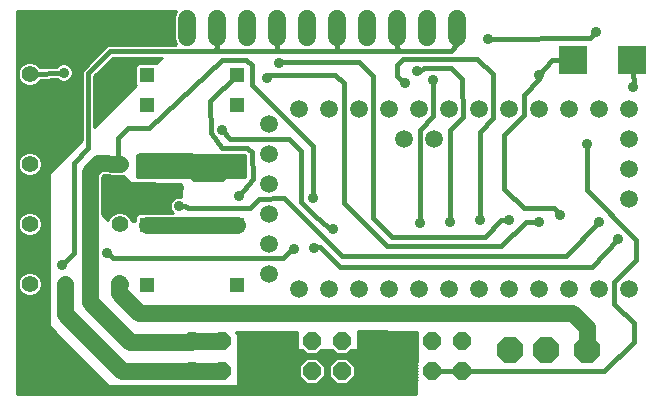
<source format=gtl>
G75*
%MOIN*%
%OFA0B0*%
%FSLAX24Y24*%
%IPPOS*%
%LPD*%
%AMOC8*
5,1,8,0,0,1.08239X$1,22.5*
%
%ADD10R,0.0515X0.0515*%
%ADD11C,0.0594*%
%ADD12C,0.0554*%
%ADD13C,0.0600*%
%ADD14OC8,0.0600*%
%ADD15OC8,0.0850*%
%ADD16R,0.0945X0.0945*%
%ADD17C,0.0357*%
%ADD18C,0.0160*%
%ADD19C,0.0100*%
%ADD20C,0.0560*%
%ADD21C,0.0400*%
D10*
X005298Y004515D03*
X008298Y004515D03*
X008298Y006515D03*
X005298Y006515D03*
X005298Y008515D03*
X008298Y008515D03*
X008298Y010515D03*
X008298Y011515D03*
X005298Y011515D03*
X005298Y010515D03*
D11*
X009353Y009885D03*
X010353Y010385D03*
X011353Y010385D03*
X012353Y010385D03*
X013353Y010385D03*
X014353Y010385D03*
X015353Y010385D03*
X016353Y010385D03*
X017353Y010385D03*
X018353Y010385D03*
X019353Y010385D03*
X020353Y010385D03*
X021353Y010385D03*
X021353Y009385D03*
X021353Y008385D03*
X021353Y007385D03*
X021353Y004385D03*
X020353Y004385D03*
X019353Y004385D03*
X018353Y004385D03*
X017353Y004385D03*
X016353Y004385D03*
X015353Y004385D03*
X014353Y004385D03*
X013353Y004385D03*
X012353Y004385D03*
X011353Y004385D03*
X010353Y004385D03*
X009353Y004885D03*
X009353Y005885D03*
X009353Y006885D03*
X009353Y007885D03*
X009353Y008885D03*
X013853Y009385D03*
X014853Y009385D03*
D12*
X004396Y008546D03*
X001396Y008546D03*
X001396Y006546D03*
X004396Y006546D03*
X004396Y004546D03*
X001396Y004546D03*
X001396Y011546D03*
X004396Y011546D03*
D13*
X006636Y012789D02*
X006636Y013389D01*
X007636Y013389D02*
X007636Y012789D01*
X008636Y012789D02*
X008636Y013389D01*
X009636Y013389D02*
X009636Y012789D01*
X010636Y012789D02*
X010636Y013389D01*
X011636Y013389D02*
X011636Y012789D01*
X012636Y012789D02*
X012636Y013389D01*
X013636Y013389D02*
X013636Y012789D01*
X014636Y012789D02*
X014636Y013389D01*
X015636Y013389D02*
X015636Y012789D01*
D14*
X015794Y002641D03*
X014794Y002641D03*
X013794Y002641D03*
X012794Y002641D03*
X011794Y002641D03*
X010794Y002641D03*
X009794Y002641D03*
X008794Y002641D03*
X007794Y002641D03*
X006794Y002641D03*
X006794Y001641D03*
X007794Y001641D03*
X008794Y001641D03*
X009794Y001641D03*
X010794Y001641D03*
X011794Y001641D03*
X012794Y001641D03*
X013794Y001641D03*
X014794Y001641D03*
X015794Y001641D03*
D15*
X017396Y002341D03*
X018617Y002341D03*
X019975Y002341D03*
D16*
X019510Y012015D03*
X021479Y012015D03*
D17*
X021506Y011101D03*
X020254Y012948D03*
X018384Y011523D03*
X016672Y012727D03*
X014841Y011353D03*
X014306Y011645D03*
X013892Y011247D03*
X009711Y011904D03*
X009302Y011397D03*
X007814Y009672D03*
X006365Y007747D03*
X006377Y007145D03*
X008353Y007491D03*
X010841Y007404D03*
X011487Y006373D03*
X010857Y005759D03*
X010188Y005708D03*
X014388Y006586D03*
X015392Y006605D03*
X016392Y006664D03*
X017361Y006664D03*
X018357Y006609D03*
X019077Y006853D03*
X020377Y006605D03*
X021006Y006034D03*
X019955Y009208D03*
X004010Y007460D03*
X003983Y005582D03*
X002455Y005168D03*
X002562Y004558D03*
X001357Y003601D03*
X003510Y001066D03*
X001648Y010215D03*
X002518Y011589D03*
X002829Y012971D03*
D18*
X004069Y012302D02*
X003341Y011574D01*
X003341Y009070D01*
X002857Y008586D01*
X002857Y005570D01*
X002455Y005168D01*
X002439Y005168D01*
X003983Y005582D02*
X004152Y005412D01*
X009829Y005412D01*
X010125Y005708D01*
X010188Y005708D01*
X010857Y005759D02*
X011054Y005763D01*
X011735Y005125D01*
X020132Y005125D01*
X021006Y006034D01*
X021605Y006023D02*
X019963Y007692D01*
X019963Y009200D01*
X019955Y009208D01*
X017865Y010188D02*
X017199Y009523D01*
X017199Y007723D01*
X017857Y007066D01*
X018865Y007066D01*
X019077Y006853D01*
X018357Y006609D02*
X017928Y006609D01*
X017117Y005798D01*
X013314Y005798D01*
X011857Y007255D01*
X011857Y011239D01*
X011581Y011515D01*
X009353Y011515D01*
X009235Y011397D01*
X009302Y011397D01*
X009026Y010948D02*
X008794Y011180D01*
X008794Y011861D01*
X008597Y012011D01*
X007798Y012011D01*
X005353Y009731D01*
X004668Y009731D01*
X004337Y009400D01*
X004337Y008593D01*
X004396Y008546D01*
X005298Y008515D02*
X006392Y008515D01*
X006861Y008046D01*
X007806Y008046D01*
X008298Y008515D01*
X008817Y008928D02*
X008821Y008054D01*
X008353Y007491D01*
X008735Y007066D02*
X006672Y007066D01*
X006573Y007141D01*
X006377Y007145D01*
X006365Y007747D02*
X004357Y007771D01*
X004010Y007460D01*
X007420Y009570D02*
X007790Y009086D01*
X008632Y009093D01*
X008817Y008928D01*
X008912Y009385D02*
X008073Y009377D01*
X007814Y009672D01*
X007420Y009570D02*
X007412Y010652D01*
X008298Y011515D01*
X009026Y010948D02*
X009042Y010940D01*
X010841Y009141D01*
X010841Y007404D01*
X010432Y007290D02*
X010908Y006814D01*
X011325Y006440D01*
X011487Y006373D01*
X012833Y006759D02*
X012833Y011483D01*
X012357Y011960D01*
X009766Y011960D01*
X009711Y011904D01*
X009664Y012306D02*
X009916Y012310D01*
X011625Y012314D01*
X011636Y012467D01*
X011636Y013089D01*
X011625Y012314D02*
X013294Y012310D01*
X013707Y012306D01*
X013636Y012408D01*
X013636Y013089D01*
X013707Y012306D02*
X015420Y012310D01*
X015625Y012542D01*
X015625Y013078D01*
X015636Y013089D01*
X016672Y012727D02*
X020058Y012739D01*
X020254Y012948D01*
X019510Y012015D02*
X018790Y011995D01*
X018384Y011523D01*
X018384Y011369D01*
X017865Y010849D01*
X017865Y010188D01*
X016841Y010070D02*
X016841Y011558D01*
X016306Y012030D01*
X013845Y012030D01*
X013648Y011841D01*
X013648Y011491D01*
X013892Y011247D01*
X014306Y011645D02*
X014416Y011645D01*
X014518Y011747D01*
X015420Y011743D01*
X015798Y011365D01*
X015845Y010117D01*
X015392Y009664D01*
X015392Y006605D01*
X016392Y006664D02*
X016392Y009621D01*
X016841Y010070D01*
X014841Y010133D02*
X014841Y011353D01*
X014841Y010133D02*
X014388Y009680D01*
X014388Y006586D01*
X013475Y006117D02*
X012833Y006759D01*
X013475Y006117D02*
X016554Y006117D01*
X017101Y006664D01*
X017361Y006664D01*
X019270Y005467D02*
X011790Y005471D01*
X009873Y007404D01*
X009050Y007381D01*
X008735Y007066D01*
X010432Y007290D02*
X010432Y008983D01*
X010030Y009385D01*
X008912Y009385D01*
X009664Y012306D02*
X007527Y012302D01*
X004069Y012302D01*
X002518Y011589D02*
X001396Y011546D01*
X007527Y012302D02*
X007636Y012412D01*
X007636Y013089D01*
X009636Y013089D02*
X009636Y012507D01*
X009625Y012326D01*
X009916Y012310D01*
X019270Y005467D02*
X020373Y006625D01*
X020377Y006605D01*
X021605Y006023D02*
X021605Y005341D01*
X020869Y004605D01*
X020863Y003890D01*
X021518Y003235D01*
X021518Y002613D01*
X020546Y001641D01*
X015794Y001641D01*
X014794Y001641D01*
X005754Y001652D02*
X004467Y001652D01*
X003510Y001259D02*
X003510Y001066D01*
X003510Y001259D02*
X003353Y001416D01*
X001652Y003322D02*
X001384Y003601D01*
X001357Y003601D01*
X021506Y011101D02*
X021530Y011227D01*
X021479Y012015D01*
D19*
X000977Y013642D02*
X000977Y000883D01*
X014278Y000883D01*
X014310Y002960D01*
X012341Y002979D01*
X012341Y002345D01*
X012107Y002345D01*
X011972Y002211D01*
X011616Y002211D01*
X011481Y002345D01*
X011107Y002345D01*
X010972Y002211D01*
X010616Y002211D01*
X010481Y002345D01*
X010298Y002345D01*
X010298Y002936D01*
X008266Y002936D01*
X008258Y002912D01*
X008280Y002909D01*
X008300Y002901D01*
X008317Y002888D01*
X008330Y002871D01*
X008338Y002851D01*
X008341Y002830D01*
X008341Y001160D01*
X004010Y001160D01*
X002042Y003129D01*
X002042Y008247D01*
X003131Y009359D01*
X003131Y011661D01*
X003254Y011784D01*
X003982Y012512D01*
X006218Y012512D01*
X006266Y012561D01*
X006206Y012704D01*
X006206Y013475D01*
X006272Y013633D01*
X006281Y013642D01*
X000977Y013642D01*
X000977Y013572D02*
X006247Y013572D01*
X006206Y013473D02*
X000977Y013473D01*
X000977Y013375D02*
X006206Y013375D01*
X006206Y013276D02*
X000977Y013276D01*
X000977Y013178D02*
X006206Y013178D01*
X006206Y013079D02*
X000977Y013079D01*
X000977Y012981D02*
X006206Y012981D01*
X006206Y012882D02*
X000977Y012882D01*
X000977Y012784D02*
X006206Y012784D01*
X006214Y012685D02*
X000977Y012685D01*
X000977Y012587D02*
X006255Y012587D01*
X005807Y012092D02*
X005615Y011896D01*
X005609Y011902D01*
X004986Y011902D01*
X004910Y011826D01*
X004910Y011203D01*
X004923Y011190D01*
X003551Y009788D01*
X003551Y011487D01*
X004156Y012092D01*
X005807Y012092D01*
X005712Y011996D02*
X004060Y011996D01*
X003962Y011897D02*
X004982Y011897D01*
X004910Y011799D02*
X003863Y011799D01*
X003765Y011700D02*
X004910Y011700D01*
X004910Y011602D02*
X003666Y011602D01*
X003568Y011503D02*
X004910Y011503D01*
X004910Y011405D02*
X003551Y011405D01*
X003551Y011306D02*
X004910Y011306D01*
X004910Y011208D02*
X003551Y011208D01*
X003551Y011109D02*
X004845Y011109D01*
X004748Y011011D02*
X003551Y011011D01*
X003551Y010912D02*
X004652Y010912D01*
X004555Y010814D02*
X003551Y010814D01*
X003551Y010715D02*
X004459Y010715D01*
X004362Y010617D02*
X003551Y010617D01*
X003551Y010518D02*
X004266Y010518D01*
X004169Y010420D02*
X003551Y010420D01*
X003551Y010321D02*
X004073Y010321D01*
X003977Y010223D02*
X003551Y010223D01*
X003551Y010124D02*
X003880Y010124D01*
X003784Y010026D02*
X003551Y010026D01*
X003551Y009927D02*
X003687Y009927D01*
X003591Y009829D02*
X003551Y009829D01*
X003131Y009829D02*
X000977Y009829D01*
X000977Y009927D02*
X003131Y009927D01*
X003131Y010026D02*
X000977Y010026D01*
X000977Y010124D02*
X003131Y010124D01*
X003131Y010223D02*
X000977Y010223D01*
X000977Y010321D02*
X003131Y010321D01*
X003131Y010420D02*
X000977Y010420D01*
X000977Y010518D02*
X003131Y010518D01*
X003131Y010617D02*
X000977Y010617D01*
X000977Y010715D02*
X003131Y010715D01*
X003131Y010814D02*
X000977Y010814D01*
X000977Y010912D02*
X003131Y010912D01*
X003131Y011011D02*
X000977Y011011D01*
X000977Y011109D02*
X003131Y011109D01*
X003131Y011208D02*
X001634Y011208D01*
X001627Y011201D02*
X001741Y011316D01*
X001756Y011350D01*
X002301Y011371D01*
X002344Y011328D01*
X002457Y011281D01*
X002580Y011281D01*
X002693Y011328D01*
X002780Y011415D01*
X002827Y011528D01*
X002827Y011651D01*
X002780Y011764D01*
X002693Y011851D01*
X002580Y011898D01*
X002457Y011898D01*
X002344Y011851D01*
X002283Y011791D01*
X001744Y011770D01*
X001741Y011777D01*
X001627Y011891D01*
X001477Y011953D01*
X001315Y011953D01*
X001166Y011891D01*
X001051Y011777D01*
X000989Y011627D01*
X000989Y011465D01*
X001051Y011316D01*
X001166Y011201D01*
X001315Y011139D01*
X001477Y011139D01*
X001627Y011201D01*
X001732Y011306D02*
X002396Y011306D01*
X002641Y011306D02*
X003131Y011306D01*
X003131Y011405D02*
X002770Y011405D01*
X002816Y011503D02*
X003131Y011503D01*
X003131Y011602D02*
X002827Y011602D01*
X002806Y011700D02*
X003171Y011700D01*
X003269Y011799D02*
X002745Y011799D01*
X002581Y011897D02*
X003368Y011897D01*
X003466Y011996D02*
X000977Y011996D01*
X000977Y012094D02*
X003565Y012094D01*
X003663Y012193D02*
X000977Y012193D01*
X000977Y012291D02*
X003762Y012291D01*
X003860Y012390D02*
X000977Y012390D01*
X000977Y012488D02*
X003959Y012488D01*
X002456Y011897D02*
X001612Y011897D01*
X001719Y011799D02*
X002292Y011799D01*
X001180Y011897D02*
X000977Y011897D01*
X000977Y011799D02*
X001073Y011799D01*
X001019Y011700D02*
X000977Y011700D01*
X000977Y011602D02*
X000989Y011602D01*
X000977Y011503D02*
X000989Y011503D01*
X000977Y011405D02*
X001014Y011405D01*
X000977Y011306D02*
X001060Y011306D01*
X000977Y011208D02*
X001159Y011208D01*
X000977Y009730D02*
X003131Y009730D01*
X003131Y009632D02*
X000977Y009632D01*
X000977Y009533D02*
X003131Y009533D01*
X003131Y009435D02*
X000977Y009435D01*
X000977Y009336D02*
X003109Y009336D01*
X003012Y009238D02*
X000977Y009238D01*
X000977Y009139D02*
X002916Y009139D01*
X002819Y009041D02*
X000977Y009041D01*
X000977Y008942D02*
X001289Y008942D01*
X001315Y008953D02*
X001166Y008891D01*
X001051Y008777D01*
X000989Y008627D01*
X000989Y008465D01*
X001051Y008316D01*
X001166Y008201D01*
X001315Y008139D01*
X001477Y008139D01*
X001627Y008201D01*
X001741Y008316D01*
X001803Y008465D01*
X001803Y008627D01*
X001741Y008777D01*
X001627Y008891D01*
X001477Y008953D01*
X001315Y008953D01*
X001503Y008942D02*
X002723Y008942D01*
X002626Y008844D02*
X001674Y008844D01*
X001754Y008745D02*
X002530Y008745D01*
X002433Y008647D02*
X001795Y008647D01*
X001803Y008548D02*
X002337Y008548D01*
X002241Y008450D02*
X001797Y008450D01*
X001756Y008351D02*
X002144Y008351D01*
X002048Y008253D02*
X001679Y008253D01*
X001514Y008154D02*
X002042Y008154D01*
X002042Y008056D02*
X000977Y008056D01*
X000977Y008154D02*
X001278Y008154D01*
X001114Y008253D02*
X000977Y008253D01*
X000977Y008351D02*
X001036Y008351D01*
X000995Y008450D02*
X000977Y008450D01*
X000977Y008548D02*
X000989Y008548D01*
X000977Y008647D02*
X000997Y008647D01*
X000977Y008745D02*
X001038Y008745D01*
X000977Y008844D02*
X001118Y008844D01*
X000977Y007957D02*
X002042Y007957D01*
X002042Y007859D02*
X000977Y007859D01*
X000977Y007760D02*
X002042Y007760D01*
X002042Y007662D02*
X000977Y007662D01*
X000977Y007563D02*
X002042Y007563D01*
X002042Y007465D02*
X000977Y007465D01*
X000977Y007366D02*
X002042Y007366D01*
X002042Y007268D02*
X000977Y007268D01*
X000977Y007169D02*
X002042Y007169D01*
X002042Y007071D02*
X000977Y007071D01*
X000977Y006972D02*
X002042Y006972D01*
X002042Y006874D02*
X001644Y006874D01*
X001627Y006891D02*
X001741Y006777D01*
X001803Y006627D01*
X001803Y006465D01*
X001741Y006316D01*
X001627Y006201D01*
X001477Y006139D01*
X001315Y006139D01*
X001166Y006201D01*
X001051Y006316D01*
X000989Y006465D01*
X000989Y006627D01*
X001051Y006777D01*
X001166Y006891D01*
X001315Y006953D01*
X001477Y006953D01*
X001627Y006891D01*
X001742Y006775D02*
X002042Y006775D01*
X002042Y006677D02*
X001783Y006677D01*
X001803Y006578D02*
X002042Y006578D01*
X002042Y006480D02*
X001803Y006480D01*
X001769Y006381D02*
X002042Y006381D01*
X002042Y006283D02*
X001709Y006283D01*
X001587Y006184D02*
X002042Y006184D01*
X002042Y006086D02*
X000977Y006086D01*
X000977Y006184D02*
X001205Y006184D01*
X001084Y006283D02*
X000977Y006283D01*
X000977Y006381D02*
X001024Y006381D01*
X000989Y006480D02*
X000977Y006480D01*
X000977Y006578D02*
X000989Y006578D01*
X000977Y006677D02*
X001010Y006677D01*
X000977Y006775D02*
X001050Y006775D01*
X000977Y006874D02*
X001148Y006874D01*
X000977Y005987D02*
X002042Y005987D01*
X002042Y005889D02*
X000977Y005889D01*
X000977Y005790D02*
X002042Y005790D01*
X002042Y005692D02*
X000977Y005692D01*
X000977Y005593D02*
X002042Y005593D01*
X002042Y005495D02*
X000977Y005495D01*
X000977Y005396D02*
X002042Y005396D01*
X002042Y005298D02*
X000977Y005298D01*
X000977Y005199D02*
X002042Y005199D01*
X002042Y005101D02*
X000977Y005101D01*
X000977Y005002D02*
X002042Y005002D01*
X002042Y004904D02*
X001596Y004904D01*
X001627Y004891D02*
X001477Y004953D01*
X001315Y004953D01*
X001166Y004891D01*
X001051Y004777D01*
X000989Y004627D01*
X000989Y004465D01*
X001051Y004316D01*
X001166Y004201D01*
X001315Y004139D01*
X001477Y004139D01*
X001627Y004201D01*
X001741Y004316D01*
X001803Y004465D01*
X001803Y004627D01*
X001741Y004777D01*
X001627Y004891D01*
X001713Y004805D02*
X002042Y004805D01*
X002042Y004707D02*
X001770Y004707D01*
X001803Y004608D02*
X002042Y004608D01*
X002042Y004510D02*
X001803Y004510D01*
X001781Y004411D02*
X002042Y004411D01*
X002042Y004313D02*
X001739Y004313D01*
X001640Y004214D02*
X002042Y004214D01*
X002042Y004116D02*
X000977Y004116D01*
X000977Y004214D02*
X001152Y004214D01*
X001054Y004313D02*
X000977Y004313D01*
X000977Y004411D02*
X001011Y004411D01*
X000989Y004510D02*
X000977Y004510D01*
X000977Y004608D02*
X000989Y004608D01*
X000977Y004707D02*
X001022Y004707D01*
X000977Y004805D02*
X001080Y004805D01*
X000977Y004904D02*
X001196Y004904D01*
X000977Y004017D02*
X002042Y004017D01*
X002042Y003919D02*
X000977Y003919D01*
X000977Y003820D02*
X002042Y003820D01*
X002042Y003722D02*
X000977Y003722D01*
X000977Y003623D02*
X002042Y003623D01*
X002042Y003525D02*
X000977Y003525D01*
X000977Y003426D02*
X002042Y003426D01*
X002042Y003328D02*
X000977Y003328D01*
X000977Y003229D02*
X002042Y003229D01*
X002042Y003131D02*
X000977Y003131D01*
X000977Y003032D02*
X002138Y003032D01*
X002237Y002934D02*
X000977Y002934D01*
X000977Y002835D02*
X002335Y002835D01*
X002434Y002737D02*
X000977Y002737D01*
X000977Y002638D02*
X002532Y002638D01*
X002631Y002540D02*
X000977Y002540D01*
X000977Y002441D02*
X002729Y002441D01*
X002828Y002343D02*
X000977Y002343D01*
X000977Y002244D02*
X002926Y002244D01*
X003025Y002146D02*
X000977Y002146D01*
X000977Y002047D02*
X003123Y002047D01*
X003222Y001949D02*
X000977Y001949D01*
X000977Y001850D02*
X003320Y001850D01*
X003419Y001752D02*
X000977Y001752D01*
X000977Y001653D02*
X003517Y001653D01*
X003616Y001555D02*
X000977Y001555D01*
X000977Y001456D02*
X003714Y001456D01*
X003813Y001358D02*
X000977Y001358D01*
X000977Y001259D02*
X003911Y001259D01*
X004010Y001161D02*
X000977Y001161D01*
X000977Y001062D02*
X014281Y001062D01*
X014279Y000964D02*
X000977Y000964D01*
X008341Y001161D02*
X014282Y001161D01*
X014284Y001259D02*
X012021Y001259D01*
X011972Y001211D02*
X012224Y001463D01*
X012224Y001819D01*
X011972Y002071D01*
X011616Y002071D01*
X011364Y001819D01*
X011364Y001463D01*
X011616Y001211D01*
X011972Y001211D01*
X012119Y001358D02*
X014285Y001358D01*
X014287Y001456D02*
X012218Y001456D01*
X012224Y001555D02*
X014288Y001555D01*
X014290Y001653D02*
X012224Y001653D01*
X012224Y001752D02*
X014291Y001752D01*
X014293Y001850D02*
X012192Y001850D01*
X012094Y001949D02*
X014294Y001949D01*
X014296Y002047D02*
X011995Y002047D01*
X012006Y002244D02*
X014299Y002244D01*
X014297Y002146D02*
X008341Y002146D01*
X008341Y002244D02*
X010582Y002244D01*
X010483Y002343D02*
X008341Y002343D01*
X008341Y002441D02*
X010298Y002441D01*
X010298Y002540D02*
X008341Y002540D01*
X008341Y002638D02*
X010298Y002638D01*
X010298Y002737D02*
X008341Y002737D01*
X008340Y002835D02*
X010298Y002835D01*
X010298Y002934D02*
X008266Y002934D01*
X008341Y002047D02*
X010593Y002047D01*
X010616Y002071D02*
X010364Y001819D01*
X010364Y001463D01*
X010616Y001211D01*
X010972Y001211D01*
X011224Y001463D01*
X011224Y001819D01*
X010972Y002071D01*
X010616Y002071D01*
X010494Y001949D02*
X008341Y001949D01*
X008341Y001850D02*
X010396Y001850D01*
X010364Y001752D02*
X008341Y001752D01*
X008341Y001653D02*
X010364Y001653D01*
X010364Y001555D02*
X008341Y001555D01*
X008341Y001456D02*
X010370Y001456D01*
X010468Y001358D02*
X008341Y001358D01*
X008341Y001259D02*
X010567Y001259D01*
X011021Y001259D02*
X011567Y001259D01*
X011468Y001358D02*
X011119Y001358D01*
X011218Y001456D02*
X011370Y001456D01*
X011364Y001555D02*
X011224Y001555D01*
X011224Y001653D02*
X011364Y001653D01*
X011364Y001752D02*
X011224Y001752D01*
X011192Y001850D02*
X011396Y001850D01*
X011494Y001949D02*
X011094Y001949D01*
X010995Y002047D02*
X011593Y002047D01*
X011582Y002244D02*
X011006Y002244D01*
X011104Y002343D02*
X011483Y002343D01*
X012104Y002343D02*
X014300Y002343D01*
X014302Y002441D02*
X012341Y002441D01*
X012341Y002540D02*
X014303Y002540D01*
X014305Y002638D02*
X012341Y002638D01*
X012341Y002737D02*
X014306Y002737D01*
X014308Y002835D02*
X012341Y002835D01*
X012341Y002934D02*
X014309Y002934D01*
X006439Y007452D02*
X006438Y007453D01*
X006315Y007453D01*
X006202Y007406D01*
X006115Y007319D01*
X006068Y007206D01*
X006068Y007083D01*
X006115Y006970D01*
X006160Y006925D01*
X005216Y006925D01*
X005162Y006902D01*
X004986Y006902D01*
X004910Y006826D01*
X004910Y006658D01*
X004790Y006659D01*
X004741Y006777D01*
X004627Y006891D01*
X004477Y006953D01*
X004315Y006953D01*
X004166Y006891D01*
X004051Y006777D01*
X004008Y006674D01*
X003813Y006870D01*
X003814Y008117D01*
X003857Y008168D01*
X004312Y008140D01*
X004315Y008139D01*
X004337Y008139D01*
X004453Y008132D01*
X004473Y008139D01*
X004477Y008139D01*
X004497Y008147D01*
X004510Y008152D01*
X004774Y007916D01*
X006439Y007893D01*
X006439Y007452D01*
X006439Y007465D02*
X003813Y007465D01*
X003813Y007563D02*
X006439Y007563D01*
X006439Y007662D02*
X003814Y007662D01*
X003814Y007760D02*
X006439Y007760D01*
X006439Y007859D02*
X003814Y007859D01*
X003814Y007957D02*
X004728Y007957D01*
X004618Y008056D02*
X003814Y008056D01*
X003846Y008154D02*
X004080Y008154D01*
X004956Y008154D02*
X008555Y008154D01*
X008554Y008113D02*
X004955Y008113D01*
X004963Y008857D01*
X005062Y008869D01*
X008581Y008857D01*
X008554Y008113D01*
X008559Y008253D02*
X004957Y008253D01*
X004958Y008351D02*
X008562Y008351D01*
X008566Y008450D02*
X004959Y008450D01*
X004960Y008548D02*
X008570Y008548D01*
X008573Y008647D02*
X004961Y008647D01*
X004962Y008745D02*
X008577Y008745D01*
X008581Y008844D02*
X004963Y008844D01*
X003813Y007366D02*
X006162Y007366D01*
X006094Y007268D02*
X003813Y007268D01*
X003813Y007169D02*
X006068Y007169D01*
X006073Y007071D02*
X003813Y007071D01*
X003813Y006972D02*
X006114Y006972D01*
X004958Y006874D02*
X004644Y006874D01*
X004742Y006775D02*
X004910Y006775D01*
X004910Y006677D02*
X004783Y006677D01*
X004148Y006874D02*
X003813Y006874D01*
X003907Y006775D02*
X004050Y006775D01*
X004010Y006677D02*
X004006Y006677D01*
X005614Y011897D02*
X005616Y011897D01*
D20*
X004396Y008546D02*
X003676Y008589D01*
X003404Y008267D01*
X003400Y003956D01*
X004723Y002613D01*
X006770Y002617D01*
X006794Y002641D01*
X007794Y002641D01*
X007794Y001641D02*
X006794Y001641D01*
X006774Y001660D01*
X004467Y001652D01*
X002565Y003554D01*
X002565Y004393D01*
X002562Y004558D01*
X004357Y004566D02*
X004365Y004231D01*
X005018Y003582D01*
X019483Y003566D01*
X019975Y003105D01*
X019975Y002341D01*
X008298Y006515D02*
X005298Y006515D01*
X004357Y004566D02*
X004396Y004546D01*
D21*
X007794Y002641D02*
X007821Y002668D01*
M02*

</source>
